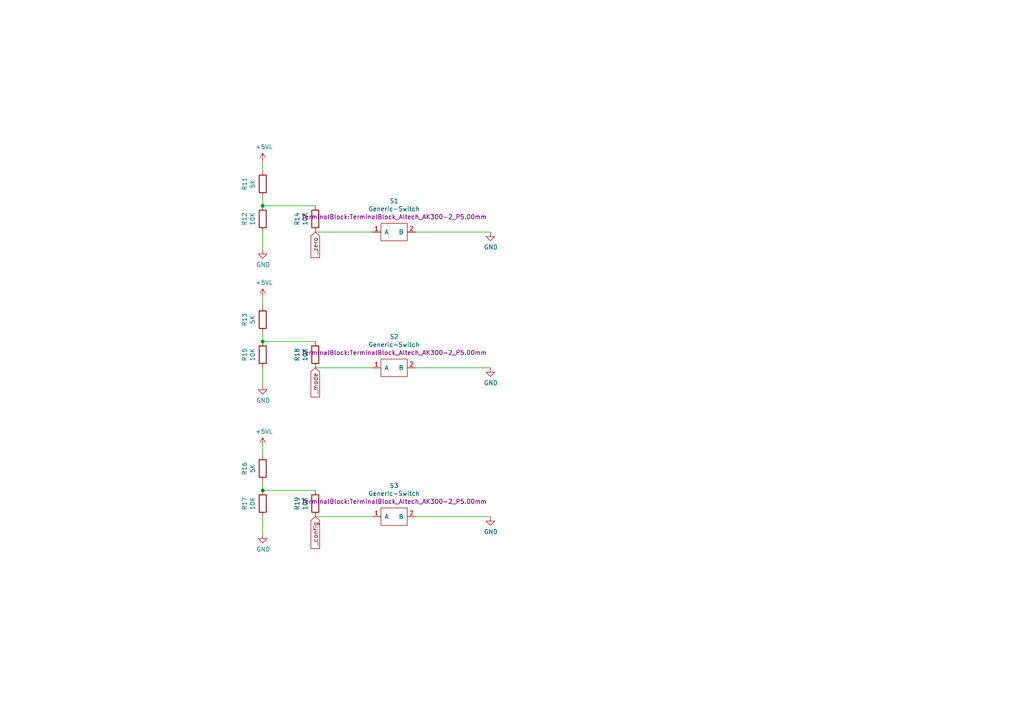
<source format=kicad_sch>
(kicad_sch (version 20230121) (generator eeschema)
  (paper "A4")
  (lib_symbols
    (symbol "menelaos-v2-rescue:Generic-Switch-knownParts" (pin_names (offset 1.016))
      (property "Reference" "S" (at 0 8.89 0))
      (property "Value" "knownParts_Generic-Switch" (at 0 5.08 0))
      (property "Footprint" "TerminalBlock:TerminalBlock_Altech_AK300-2_P5.00mm" (at 0 -5.08 0))
      (symbol "Generic-Switch-knownParts_0_1"
        (rectangle (start -3.81 2.54) (end 3.81 -2.54))
      )
      (symbol "Generic-Switch-knownParts_1_1"
        (pin input line (at -6.35 0 0) (length 2.54) (name "A") (number "1"))
        (pin input line (at 6.35 0 180) (length 2.54) (name "B") (number "2"))
      )
    )
    (symbol "menelaos-v2-rescue:R-Device-upuaut_2Nils-rescue" (pin_numbers hide) (pin_names (offset 0))
      (property "Reference" "R" (at 2.032 0 90))
      (property "Value" "upuaut_2Nils-rescue_R-Device" (at 0 0 90))
      (symbol "R-Device-upuaut_2Nils-rescue_0_1"
        (rectangle (start -1.016 -2.54) (end 1.016 2.54) (stroke (width 0.254)))
      )
      (symbol "R-Device-upuaut_2Nils-rescue_1_1"
        (pin passive line (at 0 3.81 270) (length 1.27) (name "~") (number "1"))
        (pin passive line (at 0 -3.81 90) (length 1.27) (name "~") (number "2"))
      )
    )
    (symbol "power:+5VL" (power) (pin_names (offset 0))
      (property "Value" "+5VL" (at 0 3.556 0))
      (symbol "+5VL_0_1"
        (polyline (pts (xy -0.762 1.27) (xy 0 2.54)))
        (polyline (pts (xy 0 0) (xy 0 2.54)))
        (polyline (pts (xy 0 2.54) (xy 0.762 1.27)))
      )
      (symbol "+5VL_1_1"
        (pin power_in line (at 0 0 90) (length 0) hide (name "+5VL") (number "1"))
      )
    )
    (symbol "power:GND" (power) (pin_names (offset 0))
      (property "Value" "GND" (at 0 -3.81 0))
      (symbol "GND_0_1"
        (polyline (pts (xy 0 0) (xy 0 -1.27) (xy 1.27 -1.27) (xy 0 -2.54) (xy -1.27 -1.27) (xy 0 -1.27)))
      )
      (symbol "GND_1_1"
        (pin power_in line (at 0 0 270) (length 0) hide (name "GND") (number "1"))
      )
    )
  )
  (junction (at 76.2 142.24))
  (junction (at 76.2 59.69))
  (junction (at 76.2 99.06))
  (wire (pts (xy 120.65 106.68) (xy 142.24 106.68)))
  (wire (pts (xy 76.2 142.24) (xy 76.2 139.7)))
  (wire (pts (xy 91.44 99.06) (xy 76.2 99.06)))
  (wire (pts (xy 76.2 88.9) (xy 76.2 86.36)))
  (wire (pts (xy 120.65 149.86) (xy 142.24 149.86)))
  (wire (pts (xy 91.44 67.31) (xy 107.95 67.31)))
  (wire (pts (xy 76.2 132.08) (xy 76.2 129.54)))
  (wire (pts (xy 76.2 59.69) (xy 76.2 57.15)))
  (wire (pts (xy 91.44 149.86) (xy 107.95 149.86)))
  (wire (pts (xy 76.2 72.39) (xy 76.2 67.31)))
  (wire (pts (xy 76.2 49.53) (xy 76.2 46.99)))
  (wire (pts (xy 76.2 111.76) (xy 76.2 106.68)))
  (wire (pts (xy 91.44 106.68) (xy 107.95 106.68)))
  (wire (pts (xy 91.44 59.69) (xy 76.2 59.69)))
  (wire (pts (xy 76.2 154.94) (xy 76.2 149.86)))
  (wire (pts (xy 120.65 67.31) (xy 142.24 67.31)))
  (wire (pts (xy 76.2 99.06) (xy 76.2 96.52)))
  (wire (pts (xy 91.44 142.24) (xy 76.2 142.24)))
  (global_label "_config" (shape input) (at 91.44 149.86 270) (property "Intersheetrefs" "${INTERSHEET_REFS}" (effects hide)))
  (global_label "_mode" (shape input) (at 91.44 106.68 270) (property "Intersheetrefs" "${INTERSHEET_REFS}" (effects hide)))
  (global_label "_zero" (shape input) (at 91.44 67.31 270) (property "Intersheetrefs" "${INTERSHEET_REFS}" (effects hide)))
  (symbol (lib_id "menelaos-v2-rescue:R-Device-upuaut_2Nils-rescue") (at 91.44 63.5 0) (unit 1)
    (property "Reference" "R14" (at 86.1822 63.5 90))
    (property "Value" "10K" (at 88.4936 63.5 90))
    (property "Footprint" "Resistor_THT:R_Axial_DIN0204_L3.6mm_D1.6mm_P7.62mm_Horizontal" (effects hide))
  )
  (symbol (lib_id "power:+5VL") (at 76.2 46.99 0) (unit 1)
    (property "Reference" "#PWR0142" (effects hide))
    (property "Value" "+5VL" (at 76.581 42.5958 0))
  )
  (symbol (lib_id "menelaos-v2-rescue:R-Device-upuaut_2Nils-rescue") (at 76.2 53.34 0) (unit 1)
    (property "Reference" "R11" (at 70.9422 53.34 90))
    (property "Value" "5K" (at 73.2536 53.34 90))
    (property "Footprint" "Resistor_THT:R_Axial_DIN0204_L3.6mm_D1.6mm_P7.62mm_Horizontal" (effects hide))
  )
  (symbol (lib_id "menelaos-v2-rescue:R-Device-upuaut_2Nils-rescue") (at 76.2 63.5 0) (unit 1)
    (property "Reference" "R12" (at 70.9422 63.5 90))
    (property "Value" "10K" (at 73.2536 63.5 90))
    (property "Footprint" "Resistor_THT:R_Axial_DIN0204_L3.6mm_D1.6mm_P7.62mm_Horizontal" (effects hide))
  )
  (symbol (lib_id "menelaos-v2-rescue:R-Device-upuaut_2Nils-rescue") (at 91.44 102.87 0) (unit 1)
    (property "Reference" "R18" (at 86.1822 102.87 90))
    (property "Value" "10K" (at 88.4936 102.87 90))
    (property "Footprint" "Resistor_THT:R_Axial_DIN0204_L3.6mm_D1.6mm_P7.62mm_Horizontal" (effects hide))
  )
  (symbol (lib_id "power:+5VL") (at 76.2 86.36 0) (unit 1)
    (property "Reference" "#PWR0145" (effects hide))
    (property "Value" "+5VL" (at 76.581 81.9658 0))
  )
  (symbol (lib_id "menelaos-v2-rescue:R-Device-upuaut_2Nils-rescue") (at 76.2 92.71 0) (unit 1)
    (property "Reference" "R13" (at 70.9422 92.71 90))
    (property "Value" "5K" (at 73.2536 92.71 90))
    (property "Footprint" "Resistor_THT:R_Axial_DIN0204_L3.6mm_D1.6mm_P7.62mm_Horizontal" (effects hide))
  )
  (symbol (lib_id "menelaos-v2-rescue:R-Device-upuaut_2Nils-rescue") (at 76.2 102.87 0) (unit 1)
    (property "Reference" "R15" (at 70.9422 102.87 90))
    (property "Value" "10K" (at 73.2536 102.87 90))
    (property "Footprint" "Resistor_THT:R_Axial_DIN0204_L3.6mm_D1.6mm_P7.62mm_Horizontal" (effects hide))
  )
  (symbol (lib_id "menelaos-v2-rescue:R-Device-upuaut_2Nils-rescue") (at 91.44 146.05 0) (unit 1)
    (property "Reference" "R19" (at 86.1822 146.05 90))
    (property "Value" "10K" (at 88.4936 146.05 90))
    (property "Footprint" "Resistor_THT:R_Axial_DIN0204_L3.6mm_D1.6mm_P7.62mm_Horizontal" (effects hide))
  )
  (symbol (lib_id "power:+5VL") (at 76.2 129.54 0) (unit 1)
    (property "Reference" "#PWR05" (effects hide))
    (property "Value" "+5VL" (at 76.581 125.1458 0))
  )
  (symbol (lib_id "menelaos-v2-rescue:R-Device-upuaut_2Nils-rescue") (at 76.2 135.89 0) (unit 1)
    (property "Reference" "R16" (at 70.9422 135.89 90))
    (property "Value" "5K" (at 73.2536 135.89 90))
    (property "Footprint" "Resistor_THT:R_Axial_DIN0204_L3.6mm_D1.6mm_P7.62mm_Horizontal" (effects hide))
  )
  (symbol (lib_id "menelaos-v2-rescue:R-Device-upuaut_2Nils-rescue") (at 76.2 146.05 0) (unit 1)
    (property "Reference" "R17" (at 70.9422 146.05 90))
    (property "Value" "10K" (at 73.2536 146.05 90))
    (property "Footprint" "Resistor_THT:R_Axial_DIN0204_L3.6mm_D1.6mm_P7.62mm_Horizontal" (effects hide))
  )
  (symbol (lib_id "menelaos-v2-rescue:Generic-Switch-knownParts") (at 114.3 67.31 0) (unit 1)
    (property "Reference" "S1" (at 114.3 58.293 0))
    (property "Value" "Generic-Switch" (at 114.3 60.6044 0))
    (property "Footprint" "TerminalBlock:TerminalBlock_Altech_AK300-2_P5.00mm" (at 114.3 62.9158 0))
  )
  (symbol (lib_id "menelaos-v2-rescue:Generic-Switch-knownParts") (at 114.3 106.68 0) (unit 1)
    (property "Reference" "S2" (at 114.3 97.663 0))
    (property "Value" "Generic-Switch" (at 114.3 99.9744 0))
    (property "Footprint" "TerminalBlock:TerminalBlock_Altech_AK300-2_P5.00mm" (at 114.3 102.2858 0))
  )
  (symbol (lib_id "menelaos-v2-rescue:Generic-Switch-knownParts") (at 114.3 149.86 0) (unit 1)
    (property "Reference" "S3" (at 114.3 140.843 0))
    (property "Value" "Generic-Switch" (at 114.3 143.1544 0))
    (property "Footprint" "TerminalBlock:TerminalBlock_Altech_AK300-2_P5.00mm" (at 114.3 145.4658 0))
  )
  (symbol (lib_id "power:GND") (at 142.24 67.31 0) (unit 1)
    (property "Reference" "#PWR09" (effects hide))
    (property "Value" "GND" (at 142.367 71.7042 0))
  )
  (symbol (lib_id "power:GND") (at 76.2 72.39 0) (unit 1)
    (property "Reference" "#PWR06" (effects hide))
    (property "Value" "GND" (at 76.327 76.7842 0))
  )
  (symbol (lib_id "power:GND") (at 76.2 111.76 0) (unit 1)
    (property "Reference" "#PWR07" (effects hide))
    (property "Value" "GND" (at 76.327 116.1542 0))
  )
  (symbol (lib_id "power:GND") (at 142.24 106.68 0) (unit 1)
    (property "Reference" "#PWR010" (effects hide))
    (property "Value" "GND" (at 142.367 111.0742 0))
  )
  (symbol (lib_id "power:GND") (at 142.24 149.86 0) (unit 1)
    (property "Reference" "#PWR011" (effects hide))
    (property "Value" "GND" (at 142.367 154.2542 0))
  )
  (symbol (lib_id "power:GND") (at 76.2 154.94 0) (unit 1)
    (property "Reference" "#PWR08" (effects hide))
    (property "Value" "GND" (at 76.327 159.3342 0))
  )
)
</source>
